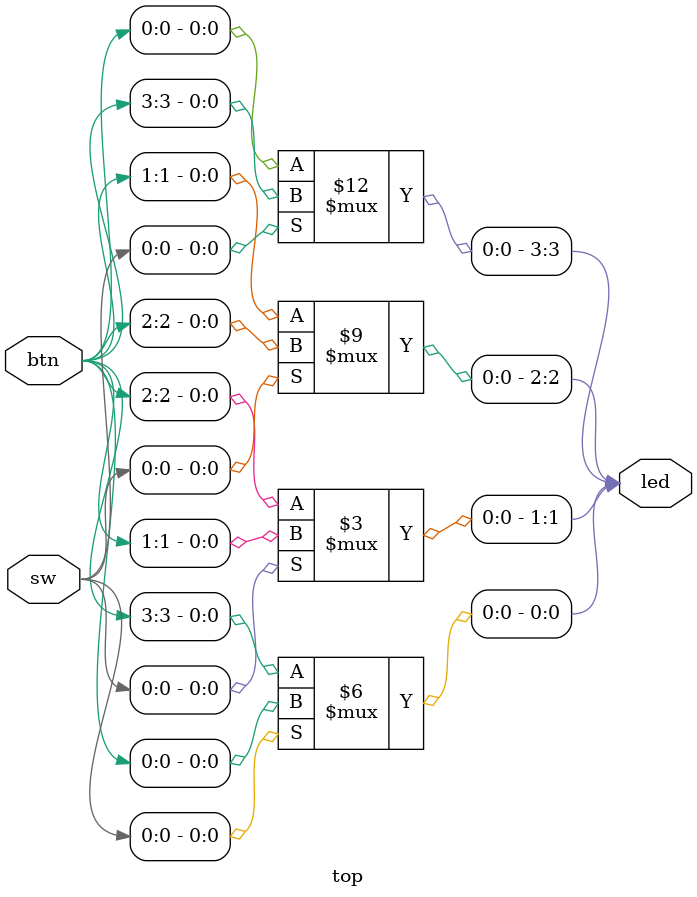
<source format=v>
`timescale 1ns / 1ps


module top(
    input  wire [3:0] btn,   // BTN0-BTN3
    input  wire [1:0] sw,    // SW0-SW1
    output reg  [3:0] led    // LED0-LED3
);

// Simple combinational mapping:
//  - If SW0=1 (up), each button maps to the same-indexed LED.
//  - If SW0=0 (down), the mapping is reversed.
always @(*) begin
    if (sw[0]) begin
        led = btn;
    end else begin
        led[3] = btn[0];
        led[2] = btn[1];
        led[1] = btn[2];
        led[0] = btn[3];
    end
end

endmodule


</source>
